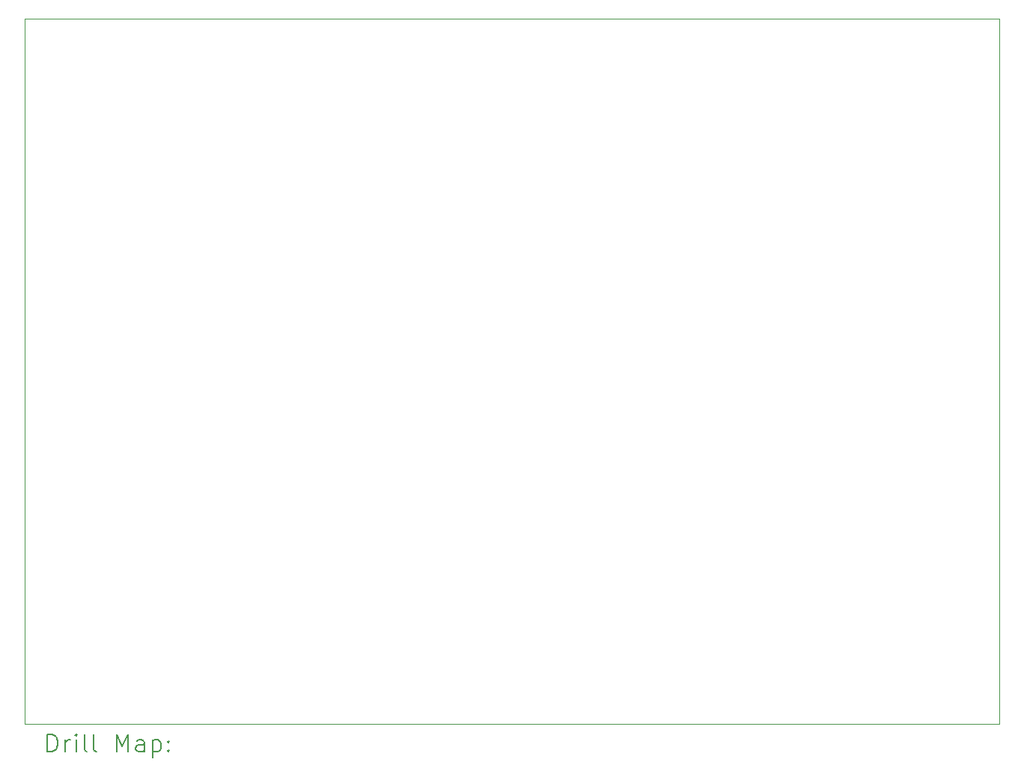
<source format=gbr>
%TF.GenerationSoftware,KiCad,Pcbnew,7.0.7*%
%TF.CreationDate,2024-08-30T11:49:32-05:00*%
%TF.ProjectId,Module_RPI,4d6f6475-6c65-45f5-9250-492e6b696361,rev?*%
%TF.SameCoordinates,Original*%
%TF.FileFunction,Drillmap*%
%TF.FilePolarity,Positive*%
%FSLAX45Y45*%
G04 Gerber Fmt 4.5, Leading zero omitted, Abs format (unit mm)*
G04 Created by KiCad (PCBNEW 7.0.7) date 2024-08-30 11:49:32*
%MOMM*%
%LPD*%
G01*
G04 APERTURE LIST*
%ADD10C,0.100000*%
%ADD11C,0.200000*%
G04 APERTURE END LIST*
D10*
X4920000Y-13690000D02*
X5170000Y-13690000D01*
X4920000Y-9390000D02*
X4920000Y-13620000D01*
X15940000Y-8310000D02*
X15940000Y-5900000D01*
X15570000Y-13690000D02*
X15940000Y-13690000D01*
X15915000Y-5710000D02*
X5145000Y-5710000D01*
X4920000Y-9390000D02*
X4920000Y-5710000D01*
X4920000Y-5710000D02*
X5145000Y-5710000D01*
X4920000Y-13620000D02*
X4920000Y-13690000D01*
X15940000Y-5900000D02*
X15940000Y-5710000D01*
X15940000Y-5710000D02*
X15915000Y-5710000D01*
X15940000Y-8310000D02*
X15940000Y-13690000D01*
X15570000Y-13690000D02*
X5170000Y-13690000D01*
D11*
X5175777Y-14006484D02*
X5175777Y-13806484D01*
X5175777Y-13806484D02*
X5223396Y-13806484D01*
X5223396Y-13806484D02*
X5251967Y-13816008D01*
X5251967Y-13816008D02*
X5271015Y-13835055D01*
X5271015Y-13835055D02*
X5280539Y-13854103D01*
X5280539Y-13854103D02*
X5290063Y-13892198D01*
X5290063Y-13892198D02*
X5290063Y-13920769D01*
X5290063Y-13920769D02*
X5280539Y-13958865D01*
X5280539Y-13958865D02*
X5271015Y-13977912D01*
X5271015Y-13977912D02*
X5251967Y-13996960D01*
X5251967Y-13996960D02*
X5223396Y-14006484D01*
X5223396Y-14006484D02*
X5175777Y-14006484D01*
X5375777Y-14006484D02*
X5375777Y-13873150D01*
X5375777Y-13911246D02*
X5385301Y-13892198D01*
X5385301Y-13892198D02*
X5394824Y-13882674D01*
X5394824Y-13882674D02*
X5413872Y-13873150D01*
X5413872Y-13873150D02*
X5432920Y-13873150D01*
X5499586Y-14006484D02*
X5499586Y-13873150D01*
X5499586Y-13806484D02*
X5490063Y-13816008D01*
X5490063Y-13816008D02*
X5499586Y-13825531D01*
X5499586Y-13825531D02*
X5509110Y-13816008D01*
X5509110Y-13816008D02*
X5499586Y-13806484D01*
X5499586Y-13806484D02*
X5499586Y-13825531D01*
X5623396Y-14006484D02*
X5604348Y-13996960D01*
X5604348Y-13996960D02*
X5594824Y-13977912D01*
X5594824Y-13977912D02*
X5594824Y-13806484D01*
X5728158Y-14006484D02*
X5709110Y-13996960D01*
X5709110Y-13996960D02*
X5699586Y-13977912D01*
X5699586Y-13977912D02*
X5699586Y-13806484D01*
X5956729Y-14006484D02*
X5956729Y-13806484D01*
X5956729Y-13806484D02*
X6023396Y-13949341D01*
X6023396Y-13949341D02*
X6090062Y-13806484D01*
X6090062Y-13806484D02*
X6090062Y-14006484D01*
X6271015Y-14006484D02*
X6271015Y-13901722D01*
X6271015Y-13901722D02*
X6261491Y-13882674D01*
X6261491Y-13882674D02*
X6242443Y-13873150D01*
X6242443Y-13873150D02*
X6204348Y-13873150D01*
X6204348Y-13873150D02*
X6185301Y-13882674D01*
X6271015Y-13996960D02*
X6251967Y-14006484D01*
X6251967Y-14006484D02*
X6204348Y-14006484D01*
X6204348Y-14006484D02*
X6185301Y-13996960D01*
X6185301Y-13996960D02*
X6175777Y-13977912D01*
X6175777Y-13977912D02*
X6175777Y-13958865D01*
X6175777Y-13958865D02*
X6185301Y-13939817D01*
X6185301Y-13939817D02*
X6204348Y-13930293D01*
X6204348Y-13930293D02*
X6251967Y-13930293D01*
X6251967Y-13930293D02*
X6271015Y-13920769D01*
X6366253Y-13873150D02*
X6366253Y-14073150D01*
X6366253Y-13882674D02*
X6385301Y-13873150D01*
X6385301Y-13873150D02*
X6423396Y-13873150D01*
X6423396Y-13873150D02*
X6442443Y-13882674D01*
X6442443Y-13882674D02*
X6451967Y-13892198D01*
X6451967Y-13892198D02*
X6461491Y-13911246D01*
X6461491Y-13911246D02*
X6461491Y-13968388D01*
X6461491Y-13968388D02*
X6451967Y-13987436D01*
X6451967Y-13987436D02*
X6442443Y-13996960D01*
X6442443Y-13996960D02*
X6423396Y-14006484D01*
X6423396Y-14006484D02*
X6385301Y-14006484D01*
X6385301Y-14006484D02*
X6366253Y-13996960D01*
X6547205Y-13987436D02*
X6556729Y-13996960D01*
X6556729Y-13996960D02*
X6547205Y-14006484D01*
X6547205Y-14006484D02*
X6537682Y-13996960D01*
X6537682Y-13996960D02*
X6547205Y-13987436D01*
X6547205Y-13987436D02*
X6547205Y-14006484D01*
X6547205Y-13882674D02*
X6556729Y-13892198D01*
X6556729Y-13892198D02*
X6547205Y-13901722D01*
X6547205Y-13901722D02*
X6537682Y-13892198D01*
X6537682Y-13892198D02*
X6547205Y-13882674D01*
X6547205Y-13882674D02*
X6547205Y-13901722D01*
M02*

</source>
